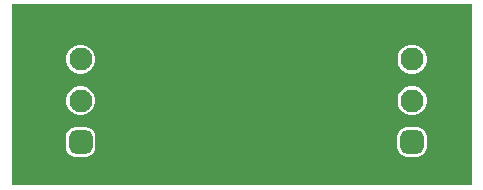
<source format=gbl>
G04*
G04 #@! TF.GenerationSoftware,Altium Limited,Altium Designer,24.10.1 (45)*
G04*
G04 Layer_Physical_Order=2*
G04 Layer_Color=16711680*
%FSLAX44Y44*%
%MOMM*%
G71*
G04*
G04 #@! TF.SameCoordinates,BBEB4910-0DF4-4F42-B59A-432F754E4180*
G04*
G04*
G04 #@! TF.FilePolarity,Positive*
G04*
G01*
G75*
%ADD21C,1.9500*%
G04:AMPARAMS|DCode=22|XSize=1.95mm|YSize=1.95mm|CornerRadius=0.4875mm|HoleSize=0mm|Usage=FLASHONLY|Rotation=90.000|XOffset=0mm|YOffset=0mm|HoleType=Round|Shape=RoundedRectangle|*
%AMROUNDEDRECTD22*
21,1,1.9500,0.9750,0,0,90.0*
21,1,0.9750,1.9500,0,0,90.0*
1,1,0.9750,0.4875,0.4875*
1,1,0.9750,0.4875,-0.4875*
1,1,0.9750,-0.4875,-0.4875*
1,1,0.9750,-0.4875,0.4875*
%
%ADD22ROUNDEDRECTD22*%
G36*
X1748790Y276860D02*
X1360170D01*
X1358900Y278130D01*
Y430530D01*
X1748790D01*
Y276860D01*
D02*
G37*
%LPC*%
G36*
X1699608Y395980D02*
X1696372D01*
X1693246Y395142D01*
X1690444Y393524D01*
X1688156Y391236D01*
X1686537Y388434D01*
X1685700Y385308D01*
Y382072D01*
X1686537Y378946D01*
X1688156Y376144D01*
X1690444Y373856D01*
X1693246Y372238D01*
X1696372Y371400D01*
X1699608D01*
X1702734Y372238D01*
X1705536Y373856D01*
X1707824Y376144D01*
X1709442Y378946D01*
X1710280Y382072D01*
Y385308D01*
X1709442Y388434D01*
X1707824Y391236D01*
X1705536Y393524D01*
X1702734Y395142D01*
X1699608Y395980D01*
D02*
G37*
G36*
X1418938D02*
X1415702D01*
X1412576Y395142D01*
X1409774Y393524D01*
X1407486Y391236D01*
X1405867Y388434D01*
X1405030Y385308D01*
Y382072D01*
X1405867Y378946D01*
X1407486Y376144D01*
X1409774Y373856D01*
X1412576Y372238D01*
X1415702Y371400D01*
X1418938D01*
X1422064Y372238D01*
X1424866Y373856D01*
X1427154Y376144D01*
X1428772Y378946D01*
X1429610Y382072D01*
Y385308D01*
X1428772Y388434D01*
X1427154Y391236D01*
X1424866Y393524D01*
X1422064Y395142D01*
X1418938Y395980D01*
D02*
G37*
G36*
X1699608Y360980D02*
X1696372D01*
X1693246Y360142D01*
X1690444Y358524D01*
X1688156Y356236D01*
X1686537Y353434D01*
X1685700Y350308D01*
Y347072D01*
X1686537Y343946D01*
X1688156Y341144D01*
X1690444Y338856D01*
X1693246Y337238D01*
X1696372Y336400D01*
X1699608D01*
X1702734Y337238D01*
X1705536Y338856D01*
X1707824Y341144D01*
X1709442Y343946D01*
X1710280Y347072D01*
Y350308D01*
X1709442Y353434D01*
X1707824Y356236D01*
X1705536Y358524D01*
X1702734Y360142D01*
X1699608Y360980D01*
D02*
G37*
G36*
X1418938D02*
X1415702D01*
X1412576Y360142D01*
X1409774Y358524D01*
X1407486Y356236D01*
X1405867Y353434D01*
X1405030Y350308D01*
Y347072D01*
X1405867Y343946D01*
X1407486Y341144D01*
X1409774Y338856D01*
X1412576Y337238D01*
X1415702Y336400D01*
X1418938D01*
X1422064Y337238D01*
X1424866Y338856D01*
X1427154Y341144D01*
X1428772Y343946D01*
X1429610Y347072D01*
Y350308D01*
X1428772Y353434D01*
X1427154Y356236D01*
X1424866Y358524D01*
X1422064Y360142D01*
X1418938Y360980D01*
D02*
G37*
G36*
X1702865Y326044D02*
X1693115D01*
X1691179Y325789D01*
X1689375Y325042D01*
X1687827Y323853D01*
X1686638Y322304D01*
X1685891Y320501D01*
X1685636Y318565D01*
Y308815D01*
X1685891Y306879D01*
X1686638Y305075D01*
X1687827Y303527D01*
X1689375Y302338D01*
X1691179Y301591D01*
X1693115Y301336D01*
X1702865D01*
X1704801Y301591D01*
X1706604Y302338D01*
X1708153Y303527D01*
X1709342Y305075D01*
X1710089Y306879D01*
X1710344Y308815D01*
Y318565D01*
X1710089Y320501D01*
X1709342Y322304D01*
X1708153Y323853D01*
X1706604Y325042D01*
X1704801Y325789D01*
X1702865Y326044D01*
D02*
G37*
G36*
X1422195D02*
X1412445D01*
X1410509Y325789D01*
X1408705Y325042D01*
X1407157Y323853D01*
X1405968Y322304D01*
X1405221Y320501D01*
X1404966Y318565D01*
Y308815D01*
X1405221Y306879D01*
X1405968Y305075D01*
X1407157Y303527D01*
X1408705Y302338D01*
X1410509Y301591D01*
X1412445Y301336D01*
X1422195D01*
X1424131Y301591D01*
X1425934Y302338D01*
X1427483Y303527D01*
X1428672Y305075D01*
X1429419Y306879D01*
X1429674Y308815D01*
Y318565D01*
X1429419Y320501D01*
X1428672Y322304D01*
X1427483Y323853D01*
X1425934Y325042D01*
X1424131Y325789D01*
X1422195Y326044D01*
D02*
G37*
%LPD*%
D21*
X1417320Y383690D02*
D03*
Y348690D02*
D03*
X1697990Y383690D02*
D03*
Y348690D02*
D03*
D22*
X1417320Y313690D02*
D03*
X1697990D02*
D03*
M02*

</source>
